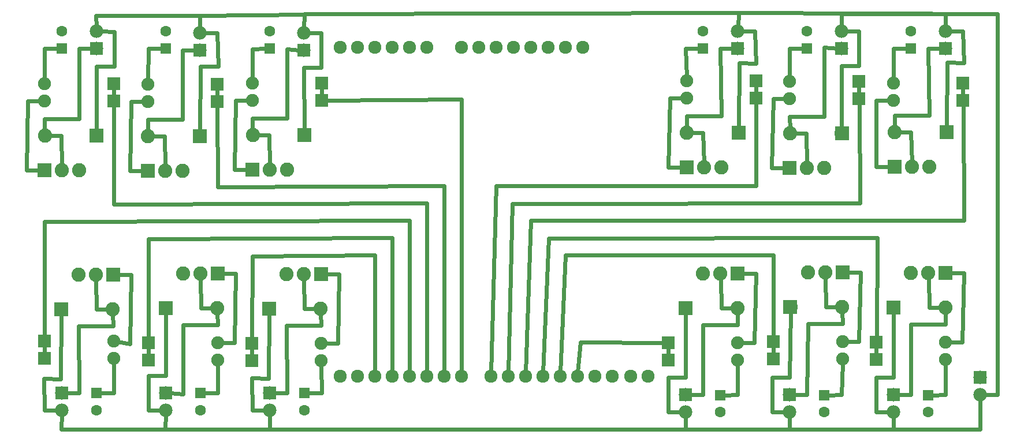
<source format=gtl>
G04 MADE WITH FRITZING*
G04 WWW.FRITZING.ORG*
G04 DOUBLE SIDED*
G04 HOLES PLATED*
G04 CONTOUR ON CENTER OF CONTOUR VECTOR*
%ASAXBY*%
%FSLAX23Y23*%
%MOIN*%
%OFA0B0*%
%SFA1.0B1.0*%
%ADD10C,0.075833*%
%ADD11C,0.075000*%
%ADD12C,0.082000*%
%ADD13C,0.078000*%
%ADD14C,0.062992*%
%ADD15R,0.075000X0.075000*%
%ADD16R,0.082000X0.082000*%
%ADD17R,0.078000X0.078000*%
%ADD18R,0.062992X0.062992*%
%ADD19C,0.024000*%
%LNCOPPER1*%
G90*
G70*
G54D10*
X3638Y366D03*
X3538Y366D03*
X3431Y366D03*
X3331Y366D03*
X3231Y366D03*
X3131Y366D03*
X3031Y366D03*
X2931Y366D03*
X2831Y366D03*
X2731Y366D03*
X2561Y366D03*
X2461Y366D03*
X2361Y366D03*
X2261Y366D03*
X2161Y366D03*
X2061Y366D03*
X1961Y366D03*
X1861Y366D03*
X3261Y2266D03*
X3161Y2266D03*
X3061Y2266D03*
X2961Y2266D03*
X2861Y2266D03*
X2761Y2266D03*
X2661Y2266D03*
X2561Y2266D03*
X2361Y2266D03*
X2261Y2266D03*
X2161Y2266D03*
X2061Y2266D03*
X1961Y2266D03*
X1861Y2266D03*
G54D11*
X556Y1956D03*
X156Y1956D03*
X4957Y562D03*
X5357Y562D03*
G54D12*
X5357Y962D03*
X5257Y962D03*
X5157Y962D03*
X156Y1556D03*
X256Y1556D03*
X356Y1556D03*
G54D13*
X456Y2260D03*
X456Y2360D03*
X5057Y259D03*
X5057Y159D03*
G54D12*
X5057Y762D03*
X5355Y762D03*
X456Y1756D03*
X158Y1756D03*
G54D11*
X4957Y462D03*
X5357Y462D03*
X556Y2056D03*
X156Y2056D03*
G54D14*
X5257Y257D03*
X5257Y159D03*
X256Y2261D03*
X256Y2360D03*
G54D13*
X5557Y359D03*
X5557Y259D03*
G54D11*
X4361Y566D03*
X4761Y566D03*
X1152Y1952D03*
X752Y1952D03*
G54D12*
X4761Y966D03*
X4661Y966D03*
X4561Y966D03*
X752Y1552D03*
X852Y1552D03*
X952Y1552D03*
G54D13*
X4457Y259D03*
X4457Y159D03*
X1052Y2249D03*
X1052Y2349D03*
G54D12*
X4461Y766D03*
X4759Y766D03*
X1052Y1752D03*
X754Y1752D03*
G54D11*
X4361Y466D03*
X4761Y466D03*
X1152Y2052D03*
X752Y2052D03*
G54D14*
X4657Y257D03*
X4657Y159D03*
X856Y2261D03*
X856Y2360D03*
G54D11*
X3757Y559D03*
X4157Y559D03*
X1756Y1960D03*
X1356Y1960D03*
X5457Y1959D03*
X5057Y1959D03*
X156Y571D03*
X556Y571D03*
G54D12*
X4157Y959D03*
X4057Y959D03*
X3957Y959D03*
X1356Y1560D03*
X1456Y1560D03*
X1556Y1560D03*
X5061Y1577D03*
X5161Y1577D03*
X5261Y1577D03*
X552Y952D03*
X452Y952D03*
X352Y952D03*
G54D13*
X3857Y259D03*
X3857Y159D03*
X1652Y2249D03*
X1652Y2349D03*
X5357Y2259D03*
X5357Y2359D03*
G54D12*
X3857Y759D03*
X4155Y759D03*
X1656Y1760D03*
X1358Y1760D03*
X5361Y1777D03*
X5063Y1777D03*
X252Y752D03*
X550Y752D03*
G54D11*
X3757Y459D03*
X4157Y459D03*
X1756Y2060D03*
X1356Y2060D03*
X5457Y2059D03*
X5057Y2059D03*
X156Y471D03*
X556Y471D03*
G54D14*
X4057Y257D03*
X4057Y159D03*
X1456Y2261D03*
X1456Y2360D03*
X5157Y2260D03*
X5157Y2359D03*
X456Y269D03*
X456Y171D03*
G54D11*
X4261Y1973D03*
X3861Y1973D03*
X1352Y556D03*
X1752Y556D03*
G54D12*
X3861Y1573D03*
X3961Y1573D03*
X4061Y1573D03*
X1752Y956D03*
X1652Y956D03*
X1552Y956D03*
G54D13*
X4157Y2259D03*
X4157Y2359D03*
X1456Y271D03*
X1456Y171D03*
G54D12*
X4161Y1773D03*
X3863Y1773D03*
X1452Y756D03*
X1750Y756D03*
G54D11*
X4261Y2073D03*
X3861Y2073D03*
X1352Y456D03*
X1752Y456D03*
G54D14*
X3957Y2260D03*
X3957Y2359D03*
X1656Y269D03*
X1656Y171D03*
G54D11*
X4857Y1970D03*
X4457Y1970D03*
X756Y560D03*
X1156Y560D03*
G54D12*
X4457Y1570D03*
X4557Y1570D03*
X4657Y1570D03*
X1156Y960D03*
X1056Y960D03*
X956Y960D03*
G54D13*
X4757Y2259D03*
X4757Y2359D03*
X856Y271D03*
X856Y171D03*
G54D12*
X4757Y1770D03*
X4459Y1770D03*
X856Y760D03*
X1154Y760D03*
G54D11*
X4857Y2070D03*
X4457Y2070D03*
X756Y460D03*
X1156Y460D03*
G54D14*
X4557Y2260D03*
X4557Y2359D03*
X1056Y269D03*
X1056Y171D03*
G54D13*
X256Y271D03*
X256Y171D03*
G54D15*
X556Y1956D03*
X4957Y562D03*
G54D16*
X5357Y962D03*
X156Y1556D03*
G54D17*
X456Y2260D03*
X5057Y259D03*
G54D16*
X5056Y762D03*
X457Y1756D03*
G54D15*
X4957Y462D03*
X556Y2056D03*
G54D18*
X5257Y257D03*
X256Y2261D03*
G54D17*
X5557Y359D03*
G54D15*
X4361Y566D03*
X1152Y1952D03*
G54D16*
X4761Y966D03*
X752Y1552D03*
G54D17*
X4457Y259D03*
X1052Y2249D03*
G54D16*
X4460Y766D03*
X1053Y1752D03*
G54D15*
X4361Y466D03*
X1152Y2052D03*
G54D18*
X4657Y257D03*
X856Y2261D03*
G54D15*
X3757Y559D03*
X1756Y1960D03*
X5457Y1959D03*
X156Y571D03*
G54D16*
X4157Y959D03*
X1356Y1560D03*
X5061Y1577D03*
X552Y952D03*
G54D17*
X3857Y259D03*
X1652Y2249D03*
X5357Y2259D03*
G54D16*
X3856Y759D03*
X1657Y1760D03*
X5362Y1777D03*
X251Y752D03*
G54D15*
X3757Y459D03*
X1756Y2060D03*
X5457Y2059D03*
X156Y471D03*
G54D18*
X4057Y257D03*
X1456Y2261D03*
X5157Y2260D03*
X456Y269D03*
G54D15*
X4261Y1973D03*
X1352Y556D03*
G54D16*
X3861Y1573D03*
X1752Y956D03*
G54D17*
X4157Y2259D03*
X1456Y271D03*
G54D16*
X4162Y1773D03*
X1451Y756D03*
G54D15*
X4261Y2073D03*
X1352Y456D03*
G54D18*
X3957Y2260D03*
X1656Y269D03*
G54D15*
X4857Y1970D03*
X756Y560D03*
G54D16*
X4457Y1570D03*
X1156Y960D03*
G54D17*
X4757Y2259D03*
X856Y271D03*
G54D16*
X4758Y1770D03*
X855Y760D03*
G54D15*
X4857Y2070D03*
X756Y460D03*
G54D18*
X4557Y2260D03*
X1056Y269D03*
G54D17*
X256Y271D03*
G54D19*
X5461Y2177D02*
X5365Y2181D01*
D02*
X152Y352D02*
X248Y349D01*
D02*
X5365Y2181D02*
X5361Y1804D01*
D02*
X248Y349D02*
X252Y726D01*
D02*
X156Y171D02*
X152Y352D01*
D02*
X5457Y2359D02*
X5461Y2177D01*
D02*
X230Y171D02*
X156Y171D01*
D02*
X5383Y2359D02*
X5457Y2359D01*
D02*
X4457Y1866D02*
X4459Y1796D01*
D02*
X1156Y663D02*
X1154Y733D01*
D02*
X4657Y1866D02*
X4457Y1866D01*
D02*
X956Y663D02*
X1156Y663D01*
D02*
X4657Y2266D02*
X4657Y1866D01*
D02*
X956Y263D02*
X956Y663D01*
D02*
X4732Y2260D02*
X4657Y2266D01*
D02*
X881Y269D02*
X956Y263D01*
D02*
X4061Y1870D02*
X3861Y1870D01*
D02*
X1552Y660D02*
X1752Y660D01*
D02*
X4057Y2259D02*
X4061Y1870D01*
D02*
X1556Y271D02*
X1552Y660D01*
D02*
X4132Y2259D02*
X4057Y2259D01*
D02*
X1481Y271D02*
X1556Y271D01*
D02*
X3861Y1870D02*
X3863Y1800D01*
D02*
X1752Y660D02*
X1750Y729D01*
D02*
X5134Y2260D02*
X5057Y2259D01*
D02*
X479Y270D02*
X556Y271D01*
D02*
X5057Y2259D02*
X5057Y2083D01*
D02*
X556Y271D02*
X556Y446D01*
D02*
X4257Y2359D02*
X4261Y2173D01*
D02*
X1356Y171D02*
X1352Y356D01*
D02*
X4183Y2359D02*
X4257Y2359D01*
D02*
X1430Y171D02*
X1356Y171D01*
D02*
X4261Y2173D02*
X4165Y2177D01*
D02*
X1352Y356D02*
X1448Y352D01*
D02*
X4165Y2177D02*
X4161Y1800D01*
D02*
X1448Y352D02*
X1452Y729D01*
D02*
X5257Y2259D02*
X5261Y1873D01*
D02*
X356Y271D02*
X352Y656D01*
D02*
X5261Y1873D02*
X5061Y1873D01*
D02*
X352Y656D02*
X552Y656D01*
D02*
X5332Y2259D02*
X5257Y2259D01*
D02*
X281Y271D02*
X356Y271D01*
D02*
X5061Y1873D02*
X5063Y1804D01*
D02*
X552Y656D02*
X550Y726D01*
D02*
X4857Y566D02*
X4786Y566D01*
D02*
X656Y1952D02*
X727Y1952D01*
D02*
X4865Y966D02*
X4857Y566D01*
D02*
X648Y1552D02*
X656Y1952D01*
D02*
X4788Y966D02*
X4865Y966D01*
D02*
X725Y1552D02*
X648Y1552D01*
D02*
X3765Y1973D02*
X3836Y1973D01*
D02*
X1848Y556D02*
X1777Y556D01*
D02*
X3757Y1573D02*
X3765Y1973D01*
D02*
X1856Y956D02*
X1848Y556D01*
D02*
X3835Y1573D02*
X3757Y1573D01*
D02*
X1779Y956D02*
X1856Y956D01*
D02*
X4361Y491D02*
X4361Y541D01*
D02*
X1152Y2027D02*
X1152Y1977D01*
D02*
X4534Y2260D02*
X4457Y2259D01*
D02*
X1079Y270D02*
X1156Y271D01*
D02*
X4457Y2259D02*
X4457Y2094D01*
D02*
X1156Y271D02*
X1156Y435D01*
D02*
X4733Y766D02*
X4665Y766D01*
D02*
X781Y1752D02*
X848Y1752D01*
D02*
X4665Y766D02*
X4662Y939D01*
D02*
X848Y1752D02*
X851Y1579D01*
D02*
X5454Y562D02*
X5382Y562D01*
D02*
X59Y1956D02*
X131Y1956D01*
D02*
X5461Y962D02*
X5454Y562D01*
D02*
X52Y1556D02*
X59Y1956D01*
D02*
X5384Y962D02*
X5461Y962D01*
D02*
X129Y1556D02*
X52Y1556D01*
D02*
X3957Y259D02*
X3957Y662D01*
D02*
X1556Y2256D02*
X1556Y1856D01*
D02*
X3957Y662D02*
X4157Y662D01*
D02*
X1556Y1856D02*
X1356Y1856D01*
D02*
X3883Y259D02*
X3957Y259D01*
D02*
X1626Y2250D02*
X1556Y2256D01*
D02*
X4157Y662D02*
X4156Y732D01*
D02*
X1356Y1856D02*
X1357Y1786D01*
D02*
X4254Y559D02*
X4182Y559D01*
D02*
X1259Y1960D02*
X1331Y1960D01*
D02*
X4261Y959D02*
X4254Y559D01*
D02*
X1252Y1560D02*
X1259Y1960D01*
D02*
X4184Y959D02*
X4261Y959D01*
D02*
X1329Y1560D02*
X1252Y1560D01*
D02*
X4080Y257D02*
X4157Y259D01*
D02*
X1433Y2260D02*
X1356Y2256D01*
D02*
X4157Y259D02*
X4157Y434D01*
D02*
X1356Y2256D02*
X1356Y2084D01*
D02*
X4857Y2045D02*
X4857Y1994D01*
D02*
X756Y484D02*
X756Y535D01*
D02*
X5035Y1577D02*
X4957Y1577D01*
D02*
X579Y952D02*
X656Y952D01*
D02*
X4957Y1577D02*
X4956Y1960D01*
D02*
X656Y952D02*
X648Y552D01*
D02*
X4956Y1960D02*
X5033Y1959D01*
D02*
X648Y552D02*
X580Y566D01*
D02*
X5083Y259D02*
X5157Y259D01*
D02*
X430Y2260D02*
X356Y2260D01*
D02*
X5157Y259D02*
X5157Y666D01*
D02*
X356Y2260D02*
X356Y1852D01*
D02*
X5157Y666D02*
X5357Y666D01*
D02*
X356Y1852D02*
X156Y1852D01*
D02*
X5357Y666D02*
X5356Y736D01*
D02*
X156Y1852D02*
X157Y1783D01*
D02*
X4361Y1970D02*
X4433Y1970D01*
D02*
X1252Y560D02*
X1180Y560D01*
D02*
X4354Y1570D02*
X4361Y1970D01*
D02*
X1259Y960D02*
X1252Y560D01*
D02*
X4431Y1570D02*
X4354Y1570D01*
D02*
X1182Y960D02*
X1259Y960D01*
D02*
X5157Y1777D02*
X5161Y1604D01*
D02*
X456Y752D02*
X452Y926D01*
D02*
X5090Y1777D02*
X5157Y1777D01*
D02*
X523Y752D02*
X456Y752D01*
D02*
X5261Y762D02*
X5258Y936D01*
D02*
X252Y1756D02*
X255Y1583D01*
D02*
X5329Y762D02*
X5261Y762D01*
D02*
X184Y1756D02*
X252Y1756D01*
D02*
X4486Y1770D02*
X4554Y1770D01*
D02*
X1127Y760D02*
X1059Y760D01*
D02*
X4554Y1770D02*
X4557Y1596D01*
D02*
X1059Y760D02*
X1056Y933D01*
D02*
X3934Y2260D02*
X3857Y2259D01*
D02*
X1679Y270D02*
X1756Y271D01*
D02*
X3857Y2259D02*
X3861Y2098D01*
D02*
X1756Y271D02*
X1752Y431D01*
D02*
X4129Y759D02*
X4061Y759D01*
D02*
X1384Y1760D02*
X1452Y1760D01*
D02*
X4061Y759D02*
X4058Y932D01*
D02*
X1452Y1760D02*
X1455Y1586D01*
D02*
X4761Y670D02*
X4760Y739D01*
D02*
X752Y1849D02*
X753Y1779D01*
D02*
X4561Y670D02*
X4761Y670D01*
D02*
X952Y1849D02*
X752Y1849D01*
D02*
X4556Y260D02*
X4561Y670D01*
D02*
X952Y2249D02*
X952Y1849D01*
D02*
X4483Y259D02*
X4556Y260D01*
D02*
X1026Y2249D02*
X952Y2249D01*
D02*
X3957Y1773D02*
X3961Y1600D01*
D02*
X1656Y756D02*
X1652Y929D01*
D02*
X3890Y1773D02*
X3957Y1773D01*
D02*
X1723Y756D02*
X1656Y756D01*
D02*
X5357Y259D02*
X5357Y437D01*
D02*
X156Y2260D02*
X156Y2081D01*
D02*
X5280Y257D02*
X5357Y259D01*
D02*
X233Y2261D02*
X156Y2260D01*
D02*
X3757Y483D02*
X3757Y534D01*
D02*
X1756Y2035D02*
X1756Y1984D01*
D02*
X4261Y2048D02*
X4261Y1998D01*
D02*
X1352Y481D02*
X1352Y531D01*
D02*
X4757Y259D02*
X4761Y441D01*
D02*
X756Y2260D02*
X752Y2077D01*
D02*
X4680Y257D02*
X4757Y259D01*
D02*
X833Y2261D02*
X756Y2260D01*
D02*
X4957Y487D02*
X4957Y537D01*
D02*
X556Y2031D02*
X556Y1981D01*
D02*
X5457Y2034D02*
X5457Y1983D01*
D02*
X156Y496D02*
X156Y546D01*
D02*
X4857Y2159D02*
X4857Y2359D01*
D02*
X756Y371D02*
X756Y171D01*
D02*
X4757Y2159D02*
X4857Y2159D01*
D02*
X856Y371D02*
X756Y371D01*
D02*
X4857Y2359D02*
X4783Y2359D01*
D02*
X756Y171D02*
X830Y171D01*
D02*
X4757Y1796D02*
X4757Y2159D01*
D02*
X856Y733D02*
X856Y371D01*
D02*
X5357Y2459D02*
X5657Y2459D01*
D02*
X5657Y2459D02*
X5657Y259D01*
D02*
X5657Y259D02*
X5583Y259D01*
D02*
X5357Y2384D02*
X5357Y2459D01*
D02*
X4757Y2459D02*
X5657Y2459D01*
D02*
X5657Y259D02*
X5583Y259D01*
D02*
X5657Y2459D02*
X5657Y259D01*
D02*
X4757Y2384D02*
X4757Y2459D01*
D02*
X4161Y2466D02*
X5657Y2459D01*
D02*
X5657Y259D02*
X5583Y259D01*
D02*
X5657Y2459D02*
X5657Y259D01*
D02*
X4158Y2384D02*
X4161Y2466D01*
D02*
X3733Y559D02*
X3250Y562D01*
D02*
X3250Y562D02*
X3233Y391D01*
D02*
X3161Y1066D02*
X3132Y391D01*
D02*
X4361Y591D02*
X4361Y1066D01*
D02*
X4361Y1066D02*
X3161Y1066D01*
D02*
X3065Y1162D02*
X3032Y391D01*
D02*
X4961Y1166D02*
X3065Y1162D01*
D02*
X4958Y587D02*
X4961Y1166D01*
D02*
X5461Y1266D02*
X2961Y1266D01*
D02*
X5458Y1934D02*
X5461Y1266D01*
D02*
X2961Y1266D02*
X2932Y391D01*
D02*
X2857Y1362D02*
X2832Y391D01*
D02*
X4858Y1945D02*
X4861Y1366D01*
D02*
X4861Y1366D02*
X2857Y1362D01*
D02*
X4261Y1466D02*
X2761Y1466D01*
D02*
X2761Y1466D02*
X2732Y391D01*
D02*
X4261Y1948D02*
X4261Y1466D01*
D02*
X456Y2156D02*
X559Y2156D01*
D02*
X559Y2156D02*
X559Y2356D01*
D02*
X559Y2356D02*
X481Y2359D01*
D02*
X456Y1783D02*
X456Y2156D01*
D02*
X1056Y2156D02*
X1159Y2156D01*
D02*
X1159Y2156D02*
X1152Y2349D01*
D02*
X1152Y2349D02*
X1078Y2349D01*
D02*
X1052Y1779D02*
X1056Y2156D01*
D02*
X4158Y2384D02*
X4161Y2466D01*
D02*
X1752Y2149D02*
X1652Y2149D01*
D02*
X1652Y2149D02*
X1655Y1786D01*
D02*
X3857Y359D02*
X3757Y359D01*
D02*
X3757Y359D02*
X3757Y159D01*
D02*
X3757Y159D02*
X3832Y159D01*
D02*
X3857Y732D02*
X3857Y359D01*
D02*
X4457Y359D02*
X4461Y739D01*
D02*
X4357Y359D02*
X4457Y359D01*
D02*
X4357Y159D02*
X4357Y359D01*
D02*
X4432Y159D02*
X4357Y159D01*
D02*
X5057Y359D02*
X4957Y359D01*
D02*
X4957Y359D02*
X4957Y159D01*
D02*
X5057Y736D02*
X5057Y359D01*
D02*
X4957Y159D02*
X5032Y159D01*
D02*
X2561Y1966D02*
X2561Y391D01*
D02*
X1780Y1960D02*
X2561Y1966D01*
D02*
X1156Y1460D02*
X2461Y1466D01*
D02*
X1152Y1927D02*
X1156Y1460D01*
D02*
X2461Y1466D02*
X2461Y391D01*
D02*
X2361Y1366D02*
X2361Y391D01*
D02*
X556Y1931D02*
X556Y1360D01*
D02*
X556Y1360D02*
X2361Y1366D01*
D02*
X156Y1260D02*
X2261Y1266D01*
D02*
X2261Y1266D02*
X2261Y391D01*
D02*
X156Y596D02*
X156Y1260D01*
D02*
X2161Y1166D02*
X2161Y391D01*
D02*
X756Y1160D02*
X2161Y1166D01*
D02*
X756Y584D02*
X756Y1160D01*
D02*
X2061Y1066D02*
X2061Y391D01*
D02*
X1356Y1060D02*
X2061Y1066D01*
D02*
X1352Y581D02*
X1356Y1060D01*
D02*
X1656Y2456D02*
X1653Y2374D01*
D02*
X1052Y2449D02*
X1052Y2374D01*
D02*
X1656Y2456D02*
X1052Y2449D01*
D02*
X452Y2449D02*
X455Y2385D01*
D02*
X1052Y2449D02*
X452Y2449D01*
D02*
X5057Y59D02*
X5057Y133D01*
D02*
X5557Y59D02*
X5057Y59D01*
D02*
X5557Y233D02*
X5557Y59D01*
D02*
X4457Y59D02*
X4457Y133D01*
D02*
X5057Y59D02*
X4457Y59D01*
D02*
X4457Y59D02*
X3857Y59D01*
D02*
X3857Y59D02*
X3857Y133D01*
D02*
X1456Y60D02*
X1456Y145D01*
D02*
X3857Y59D02*
X1456Y60D01*
D02*
X852Y60D02*
X855Y145D01*
D02*
X1456Y60D02*
X852Y60D01*
D02*
X252Y60D02*
X255Y145D01*
D02*
X852Y60D02*
X252Y60D01*
D02*
X1752Y2149D02*
X1752Y2349D01*
D02*
X1752Y2349D02*
X1678Y2349D01*
D02*
X1656Y2460D02*
X1653Y2374D01*
D02*
X4161Y2466D02*
X1656Y2460D01*
G04 End of Copper1*
M02*
</source>
